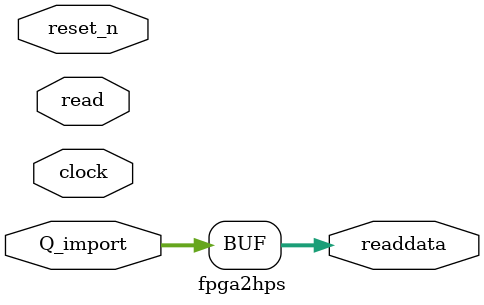
<source format=v>

module fpga2hps (clock, reset_n, readdata, read, Q_import);
// signals for connecting to the Avalon fabric
	input clock, read, reset_n;

	output [31:0] readdata;

	// signal for exporting register contents outside of the embedded system
	input [31:0] Q_import;
	
	assign readdata = Q_import;
endmodule

</source>
